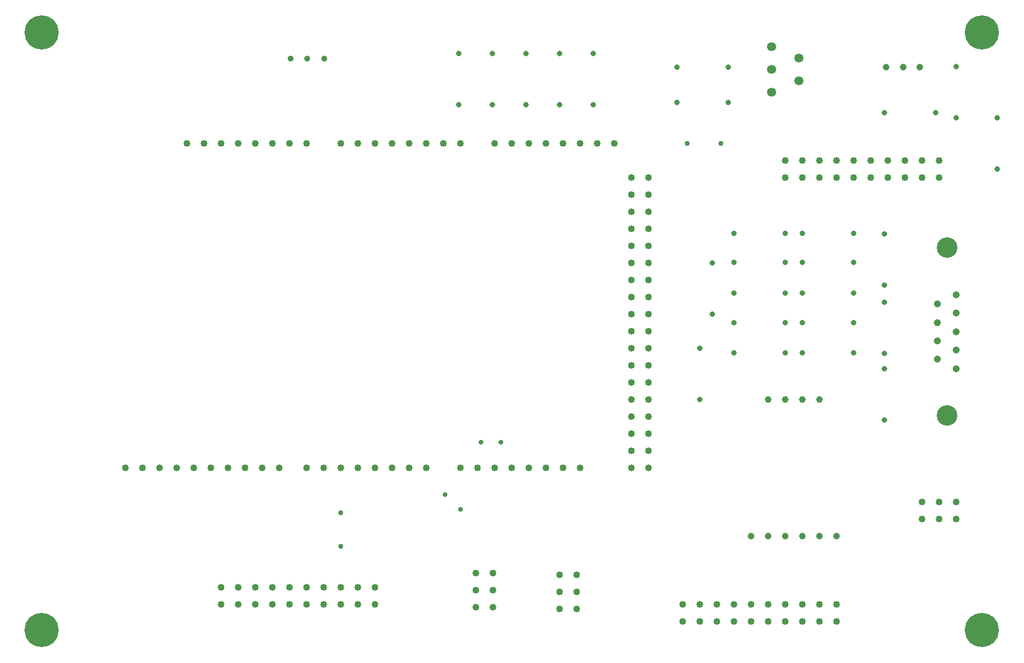
<source format=gbr>
G04 Layer_Color=0*
%FSLAX23Y23*%
%MOIN*%
%TF.FileFunction,Plated,1,4,PTH,Drill*%
%TF.Part,Single*%
G01*
G75*
%TA.AperFunction,OtherDrill,Pad Free-HOLE (1250mil,4750mil)*%
%ADD55C,0.200*%
%TA.AperFunction,OtherDrill,Pad Free-HOLE (6750mil,4750mil)*%
%ADD56C,0.200*%
%TA.AperFunction,OtherDrill,Pad Free-HOLE (6750mil,1250mil)*%
%ADD57C,0.200*%
%TA.AperFunction,OtherDrill,Pad Free-HOLE (1250mil,1250mil)*%
%ADD58C,0.200*%
%TA.AperFunction,ComponentDrill*%
%ADD59C,0.033*%
%ADD60C,0.033*%
%ADD61C,0.030*%
%ADD62C,0.040*%
%ADD63C,0.040*%
%ADD64C,0.035*%
%ADD65C,0.030*%
%ADD66C,0.040*%
%ADD67C,0.041*%
%ADD68C,0.120*%
%ADD69C,0.053*%
%ADD70C,0.039*%
%ADD71C,0.039*%
%TA.AperFunction,ViaDrill,NotFilled*%
%ADD72C,0.028*%
D55*
X1250Y4750D02*
D03*
D56*
X6750D02*
D03*
D57*
Y1250D02*
D03*
D58*
X1250D02*
D03*
D59*
X3888Y4626D02*
D03*
Y4326D02*
D03*
X4478D02*
D03*
Y4626D02*
D03*
X4281Y4326D02*
D03*
Y4626D02*
D03*
X4085Y4326D02*
D03*
Y4626D02*
D03*
X6600Y4550D02*
D03*
Y4250D02*
D03*
X6840D02*
D03*
Y3950D02*
D03*
X6180Y2480D02*
D03*
Y2780D02*
D03*
Y3170D02*
D03*
Y2870D02*
D03*
Y3570D02*
D03*
Y3270D02*
D03*
X3691Y4626D02*
D03*
Y4326D02*
D03*
X5175Y3400D02*
D03*
Y3100D02*
D03*
X5100Y2600D02*
D03*
Y2900D02*
D03*
D60*
X6479Y4281D02*
D03*
X6179D02*
D03*
X5268Y4547D02*
D03*
X4968D02*
D03*
Y4341D02*
D03*
X5268D02*
D03*
X6000Y3225D02*
D03*
X5700D02*
D03*
X5600D02*
D03*
X5300D02*
D03*
X6000Y3405D02*
D03*
X5700D02*
D03*
X5600D02*
D03*
X5300D02*
D03*
X6000Y3575D02*
D03*
X5700D02*
D03*
X5600D02*
D03*
X5300D02*
D03*
Y3050D02*
D03*
X5600D02*
D03*
X5700D02*
D03*
X6000D02*
D03*
X5300Y2875D02*
D03*
X5600D02*
D03*
X5700D02*
D03*
X6000D02*
D03*
D61*
X5028Y4100D02*
D03*
X5225D02*
D03*
D62*
X3889Y1385D02*
D03*
X3789D02*
D03*
X3889Y1485D02*
D03*
X3789D02*
D03*
X3889Y1585D02*
D03*
X3789D02*
D03*
X4381Y1375D02*
D03*
X4281D02*
D03*
X4381Y1475D02*
D03*
X4281D02*
D03*
X4381Y1575D02*
D03*
X4281D02*
D03*
D63*
X6400Y1900D02*
D03*
Y2000D02*
D03*
X6500Y1900D02*
D03*
Y2000D02*
D03*
X6600Y1900D02*
D03*
Y2000D02*
D03*
X5600Y3900D02*
D03*
Y4000D02*
D03*
X5700Y3900D02*
D03*
Y4000D02*
D03*
X5800Y3900D02*
D03*
Y4000D02*
D03*
X5900Y3900D02*
D03*
Y4000D02*
D03*
X6000Y3900D02*
D03*
Y4000D02*
D03*
X6100Y3900D02*
D03*
Y4000D02*
D03*
X6200Y3900D02*
D03*
Y4000D02*
D03*
X6300Y3900D02*
D03*
Y4000D02*
D03*
X6400Y3900D02*
D03*
Y4000D02*
D03*
X6500Y3900D02*
D03*
Y4000D02*
D03*
X5900Y1400D02*
D03*
Y1300D02*
D03*
X5800Y1400D02*
D03*
Y1300D02*
D03*
X5700Y1400D02*
D03*
Y1300D02*
D03*
X5600Y1400D02*
D03*
Y1300D02*
D03*
X5500Y1400D02*
D03*
Y1300D02*
D03*
X5400Y1400D02*
D03*
Y1300D02*
D03*
X5300Y1400D02*
D03*
Y1300D02*
D03*
X5200Y1400D02*
D03*
Y1300D02*
D03*
X5100Y1400D02*
D03*
Y1300D02*
D03*
X5000Y1400D02*
D03*
Y1300D02*
D03*
X2300Y1400D02*
D03*
Y1500D02*
D03*
X2400Y1400D02*
D03*
Y1500D02*
D03*
X2500Y1400D02*
D03*
Y1500D02*
D03*
X2600Y1400D02*
D03*
Y1500D02*
D03*
X2700Y1400D02*
D03*
Y1500D02*
D03*
X2800Y1400D02*
D03*
Y1500D02*
D03*
X2900Y1400D02*
D03*
Y1500D02*
D03*
X3000Y1400D02*
D03*
Y1500D02*
D03*
X3100Y1400D02*
D03*
Y1500D02*
D03*
X3200Y1400D02*
D03*
Y1500D02*
D03*
D64*
X2904Y4596D02*
D03*
X2805D02*
D03*
X2707D02*
D03*
D65*
X3002Y1939D02*
D03*
Y1742D02*
D03*
D66*
X3000Y4100D02*
D03*
X3100D02*
D03*
X3200D02*
D03*
X3300D02*
D03*
X3400D02*
D03*
X3500D02*
D03*
X3600D02*
D03*
X3700D02*
D03*
X3900D02*
D03*
X4000D02*
D03*
X4100D02*
D03*
X4200D02*
D03*
X4300D02*
D03*
X4400D02*
D03*
X4500D02*
D03*
X4600D02*
D03*
X2100D02*
D03*
X2200D02*
D03*
X2300D02*
D03*
X2400D02*
D03*
X2500D02*
D03*
X2600D02*
D03*
X2700D02*
D03*
X2800D02*
D03*
X3700Y2200D02*
D03*
X3800D02*
D03*
X3900D02*
D03*
X4000D02*
D03*
X4100D02*
D03*
X4200D02*
D03*
X4300D02*
D03*
X4400D02*
D03*
X2800D02*
D03*
X2900D02*
D03*
X3000D02*
D03*
X3100D02*
D03*
X3200D02*
D03*
X3300D02*
D03*
X3400D02*
D03*
X3500D02*
D03*
X2640D02*
D03*
X2540D02*
D03*
X2440D02*
D03*
X2340D02*
D03*
X2240D02*
D03*
X2140D02*
D03*
X2040D02*
D03*
X1940D02*
D03*
X1840D02*
D03*
X1740D02*
D03*
X4700D02*
D03*
X4800D02*
D03*
X4700Y2300D02*
D03*
X4800D02*
D03*
X4700Y2400D02*
D03*
X4800D02*
D03*
X4700Y2500D02*
D03*
X4800D02*
D03*
X4700Y2600D02*
D03*
X4800D02*
D03*
X4700Y2700D02*
D03*
X4800D02*
D03*
X4700Y2800D02*
D03*
X4800D02*
D03*
X4700Y2900D02*
D03*
X4800D02*
D03*
X4700Y3000D02*
D03*
X4800D02*
D03*
X4700Y3100D02*
D03*
X4800D02*
D03*
X4700Y3200D02*
D03*
X4800D02*
D03*
X4700Y3300D02*
D03*
X4800D02*
D03*
X4700Y3400D02*
D03*
X4800D02*
D03*
X4700Y3500D02*
D03*
X4800D02*
D03*
X4700Y3600D02*
D03*
X4800D02*
D03*
X4700Y3700D02*
D03*
X4800D02*
D03*
X4700Y3800D02*
D03*
X4800D02*
D03*
X4700Y3900D02*
D03*
X4800D02*
D03*
D67*
X6490Y3160D02*
D03*
Y3052D02*
D03*
Y2944D02*
D03*
X6602Y3214D02*
D03*
Y3106D02*
D03*
Y2998D02*
D03*
Y2890D02*
D03*
Y2782D02*
D03*
X6490Y2836D02*
D03*
D68*
X6546Y2506D02*
D03*
Y3490D02*
D03*
D69*
X5522Y4667D02*
D03*
X5679Y4600D02*
D03*
X5522Y4533D02*
D03*
X5679Y4467D02*
D03*
X5522Y4400D02*
D03*
D70*
X6191Y4547D02*
D03*
X6289D02*
D03*
X6388D02*
D03*
D71*
X5500Y2600D02*
D03*
X5600D02*
D03*
X5700D02*
D03*
X5800D02*
D03*
X5400Y1800D02*
D03*
X5500D02*
D03*
X5600D02*
D03*
X5700D02*
D03*
X5800D02*
D03*
X5900D02*
D03*
D72*
X3819Y2352D02*
D03*
X3937D02*
D03*
X3701Y1956D02*
D03*
X3612Y2044D02*
D03*
%TF.MD5,2dca53574a07f253c3be71aaa78752b3*%
M02*

</source>
